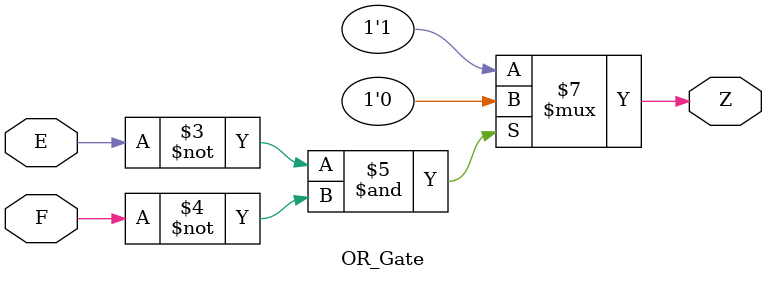
<source format=sv>
/*
  Code can be found here: https://edaplayground.com/x/LqTN
*/

// main program
module OR_Gate (output reg Z, input E, F);

  always @ (E or F) begin

    if (E==0 & F==0)
      #10 Z = 0;

    else
      #10 Z = 1;

  end

endmodule


// testbench
module tb_OR_Gate;

  reg p, q;
  wire r;

  initial begin

    // $dumpfile ("dump.vcd"); //only needed if using the online compiler
    // $dumpvars (1, tb_OR_Gate); //only needed if using the online compiler

    // #000 p = 0; q = 0;
    // #100 p = 0; q = 1;
    // #100 p = 1; q = 0;
    // #100 p = 1; q = 1;
    // #100 $stop;

  end

  OR_Gate U1 (r, p, q);

endmodule

</source>
